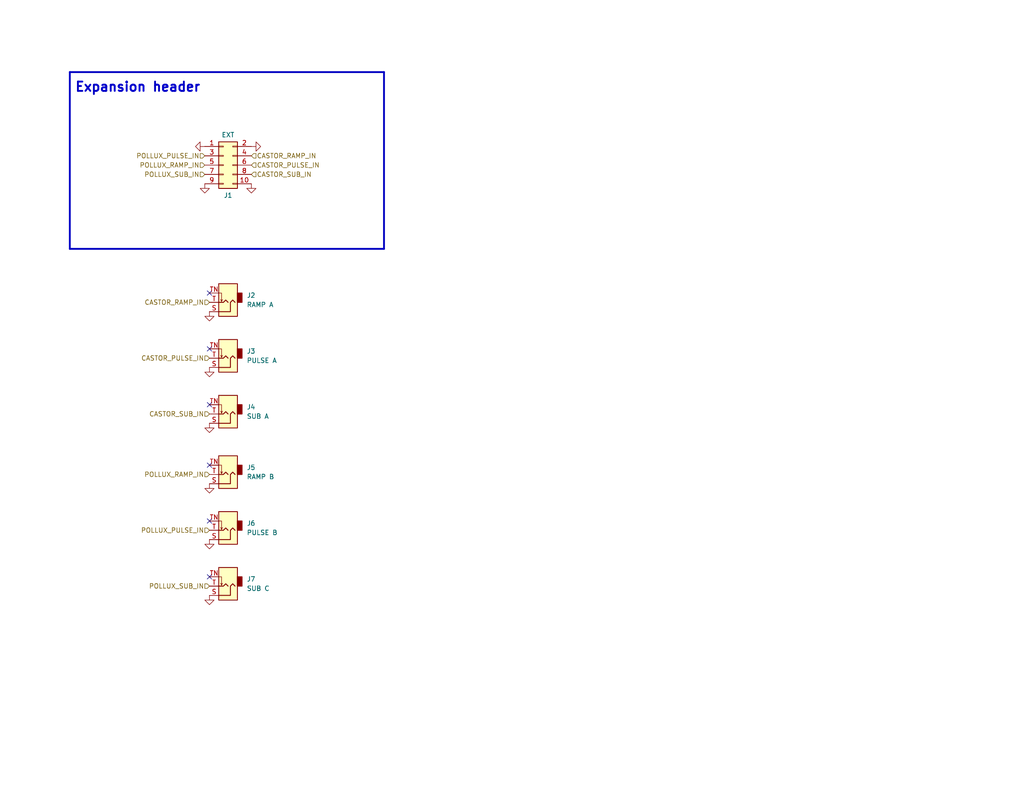
<source format=kicad_sch>
(kicad_sch (version 20250114) (generator "eeschema") (generator_version "9.0")
  (paper "USLetter")
  (title_block (title "C&P Expander") (date "2022-10-07") (rev "v0") (company "Winterbloom") (comment 1 "Alethea Flowers") (comment 2 "CERN-OHL-P v2") (comment 3 "gemini.wntr.dev"))
  (lib_symbols
    (symbol "Connector_Generic:Conn_02x05_Odd_Even" (pin_names (offset 1.016) (hide yes))
      (property "Reference" "J" (at 1.27 7.62 0))
      (property "Value" "Conn_02x05_Odd_Even" (at 1.27 -7.62 0))
      (symbol "Conn_02x05_Odd_Even_1_1"
        (rectangle (start -1.27 6.35) (end 3.81 -6.35) (stroke (width 0.254)) (fill (type background)))
        (rectangle (start -1.27 5.207) (end 0 4.953) (stroke (width 0.1524)))
        (rectangle (start -1.27 2.667) (end 0 2.413) (stroke (width 0.1524)))
        (rectangle (start -1.27 0.127) (end 0 -0.127) (stroke (width 0.1524)))
        (rectangle (start -1.27 -2.413) (end 0 -2.667) (stroke (width 0.1524)))
        (rectangle (start -1.27 -4.953) (end 0 -5.207) (stroke (width 0.1524)))
        (rectangle (start 3.81 5.207) (end 2.54 4.953) (stroke (width 0.1524)))
        (rectangle (start 3.81 2.667) (end 2.54 2.413) (stroke (width 0.1524)))
        (rectangle (start 3.81 0.127) (end 2.54 -0.127) (stroke (width 0.1524)))
        (rectangle (start 3.81 -2.413) (end 2.54 -2.667) (stroke (width 0.1524)))
        (rectangle (start 3.81 -4.953) (end 2.54 -5.207) (stroke (width 0.1524)))
        (pin passive line (at -5.08 5.08 0) (length 3.81) (name "Pin_1") (number "1"))
        (pin passive line (at -5.08 2.54 0) (length 3.81) (name "Pin_3") (number "3"))
        (pin passive line (at -5.08 0 0) (length 3.81) (name "Pin_5") (number "5"))
        (pin passive line (at -5.08 -2.54 0) (length 3.81) (name "Pin_7") (number "7"))
        (pin passive line (at -5.08 -5.08 0) (length 3.81) (name "Pin_9") (number "9"))
        (pin passive line (at 7.62 5.08 180) (length 3.81) (name "Pin_2") (number "2"))
        (pin passive line (at 7.62 2.54 180) (length 3.81) (name "Pin_4") (number "4"))
        (pin passive line (at 7.62 0 180) (length 3.81) (name "Pin_6") (number "6"))
        (pin passive line (at 7.62 -2.54 180) (length 3.81) (name "Pin_8") (number "8"))
        (pin passive line (at 7.62 -5.08 180) (length 3.81) (name "Pin_10") (number "10"))
      )
    )
    (symbol "power:GND" (power) (pin_names (offset 0))
      (property "Value" "GND" (at 0 -3.81 0))
      (symbol "GND_0_1"
        (polyline (pts (xy 0 0) (xy 0 -1.27) (xy 1.27 -1.27) (xy 0 -2.54) (xy -1.27 -1.27) (xy 0 -1.27)))
      )
      (symbol "GND_1_1"
        (pin power_in line (at 0 0 270) (length 0) (hide yes) (name "GND") (number "1"))
      )
    )
    (symbol "winterbloom:Eurorack_Mono_Jack" (pin_names (hide yes))
      (property "Reference" "J" (at 3.302 -4.064 0))
      (property "Value" "Eurorack_Mono_Jack" (at 0 5.08 0))
      (symbol "Eurorack_Mono_Jack_0_1"
        (polyline (pts (xy -2.54 1.27) (xy -1.778 1.27) (xy -1.778 -1.016) (xy -1.524 -0.508)))
        (polyline (pts (xy -2.54 -3.81) (xy 0.635 -3.81) (xy 0.635 -1.27) (xy 1.27 -0.635) (xy 1.905 -1.27)) (stroke (width 0.254)))
        (rectangle (start -2.54 -5.08) (end 2.54 3.81) (stroke (width 0.254)) (fill (type background)))
        (polyline (pts (xy -1.778 -1.016) (xy -2.032 -0.508)))
        (polyline (pts (xy 0 -1.27) (xy -0.635 -0.635) (xy -1.27 -1.27) (xy -2.54 -1.27)) (stroke (width 0.254)))
        (rectangle (start 2.54 -1.27) (end 3.81 1.27) (stroke (width 0.254)) (fill (type outline)))
      )
      (symbol "Eurorack_Mono_Jack_1_1"
        (pin passive line (at -5.08 1.27 0) (length 2.54) (name "Tip_normalize") (number "TN"))
        (pin passive line (at -5.08 -1.27 0) (length 2.54) (name "Tip") (number "T"))
        (pin passive line (at -5.08 -3.81 0) (length 2.54) (name "Sleeve") (number "S"))
      )
    )
  )
  (text "Expansion header" (at 20.32 25.4 0) (effects (font (size 2.54 2.54) (bold yes)) (justify left bottom)))
  (no_connect (at 57.15 142.24))
  (no_connect (at 57.15 95.25))
  (no_connect (at 57.15 157.48))
  (no_connect (at 57.15 127))
  (no_connect (at 57.15 80.01))
  (no_connect (at 57.15 110.49))
  (polyline (pts (xy 104.775 67.945) (xy 19.05 67.945)) (stroke (width 0.5) (type solid)))
  (polyline (pts (xy 19.05 19.685) (xy 19.05 67.945)) (stroke (width 0.5) (type solid)))
  (polyline (pts (xy 19.05 19.685) (xy 104.775 19.685)) (stroke (width 0.5) (type solid)))
  (polyline (pts (xy 104.775 19.685) (xy 104.775 67.945)) (stroke (width 0.5) (type solid)))
  (hierarchical_label "CASTOR_RAMP_IN" (shape input) (at 57.15 82.55 180))
  (hierarchical_label "POLLUX_SUB_IN" (shape input) (at 57.15 160.02 180))
  (hierarchical_label "CASTOR_RAMP_IN" (shape input) (at 68.58 42.545 0))
  (hierarchical_label "POLLUX_PULSE_IN" (shape input) (at 55.88 42.545 180))
  (hierarchical_label "POLLUX_RAMP_IN" (shape input) (at 57.15 129.54 180))
  (hierarchical_label "POLLUX_SUB_IN" (shape input) (at 55.88 47.625 180))
  (hierarchical_label "POLLUX_RAMP_IN" (shape input) (at 55.88 45.085 180))
  (hierarchical_label "POLLUX_PULSE_IN" (shape input) (at 57.15 144.78 180))
  (hierarchical_label "CASTOR_SUB_IN" (shape input) (at 68.58 47.625 0))
  (hierarchical_label "CASTOR_PULSE_IN" (shape input) (at 57.15 97.79 180))
  (hierarchical_label "CASTOR_SUB_IN" (shape input) (at 57.15 113.03 180))
  (hierarchical_label "CASTOR_PULSE_IN" (shape input) (at 68.58 45.085 0))
  (symbol (lib_id "Connector_Generic:Conn_02x05_Odd_Even") (at 60.96 45.085 0) (unit 1)
    (property "Reference" "J1" (at 62.23 53.34 0))
    (property "Value" "EXT" (at 62.23 36.83 0))
    (property "Footprint" "winterbloom:Connector_Cortex_Debug_IDC_2x05_P1.27mm_Vertical_Shrouded_SMD" (effects (hide yes)))
    (property "Datasheet" "https://www.cnctech.us/pdfs/3220-XX-0300-00_.pdf" (effects (hide yes)))
    (property "MPN" "3220-10-0300-00" (effects (hide yes)))
  )
  (symbol (lib_id "power:GND") (at 57.15 115.57 0) (unit 1)
    (property "Reference" "#PWR05" (effects (hide yes)))
    (property "Value" "GND" (effects (hide yes)))
  )
  (symbol (lib_id "power:GND") (at 57.15 147.32 0) (unit 1)
    (property "Reference" "#PWR07" (effects (hide yes)))
    (property "Value" "GND" (effects (hide yes)))
  )
  (symbol (lib_id "winterbloom:Eurorack_Mono_Jack") (at 62.23 111.76 0) (unit 1)
    (property "Reference" "J4" (at 67.31 111.1249 0) (effects (justify left)))
    (property "Value" "SUB A" (at 67.31 113.6649 0) (effects (justify left)))
    (property "Footprint" "winterbloom:AudioJack_WQP518MA" (effects (hide yes)))
    (property "Datasheet" "http://www.qingpu-electronics.com/en/products/WQP-PJ398SM-362.html" (effects (hide yes)))
    (property "MPN" "WQP-WQP518MA" (effects (hide yes)))
  )
  (symbol (lib_id "power:GND") (at 68.58 50.165 0) (unit 1)
    (property "Reference" "#PWR010" (effects (hide yes)))
    (property "Value" "GND" (effects (hide yes)))
  )
  (symbol (lib_id "winterbloom:Eurorack_Mono_Jack") (at 62.23 143.51 0) (unit 1)
    (property "Reference" "J6" (at 67.31 142.8749 0) (effects (justify left)))
    (property "Value" "PULSE B" (at 67.31 145.4149 0) (effects (justify left)))
    (property "Footprint" "winterbloom:AudioJack_WQP518MA" (effects (hide yes)))
    (property "Datasheet" "http://www.qingpu-electronics.com/en/products/WQP-PJ398SM-362.html" (effects (hide yes)))
    (property "MPN" "WQP-WQP518MA" (effects (hide yes)))
  )
  (symbol (lib_id "winterbloom:Eurorack_Mono_Jack") (at 62.23 81.28 0) (unit 1)
    (property "Reference" "J2" (at 67.31 80.6449 0) (effects (justify left)))
    (property "Value" "RAMP A" (at 67.31 83.1849 0) (effects (justify left)))
    (property "Footprint" "winterbloom:AudioJack_WQP518MA" (effects (hide yes)))
    (property "Datasheet" "http://www.qingpu-electronics.com/en/products/WQP-PJ398SM-362.html" (effects (hide yes)))
    (property "MPN" "WQP-WQP518MA" (effects (hide yes)))
  )
  (symbol (lib_id "winterbloom:Eurorack_Mono_Jack") (at 62.23 158.75 0) (unit 1)
    (property "Reference" "J7" (at 67.31 158.1149 0) (effects (justify left)))
    (property "Value" "SUB C" (at 67.31 160.6549 0) (effects (justify left)))
    (property "Footprint" "winterbloom:AudioJack_WQP518MA" (effects (hide yes)))
    (property "Datasheet" "http://www.qingpu-electronics.com/en/products/WQP-PJ398SM-362.html" (effects (hide yes)))
    (property "MPN" "WQP-WQP518MA" (effects (hide yes)))
  )
  (symbol (lib_id "power:GND") (at 55.88 40.005 270) (unit 1)
    (property "Reference" "#PWR01" (effects (hide yes)))
    (property "Value" "GND" (effects (hide yes)))
  )
  (symbol (lib_id "power:GND") (at 68.58 40.005 90) (unit 1)
    (property "Reference" "#PWR09" (effects (hide yes)))
    (property "Value" "GND" (effects (hide yes)))
  )
  (symbol (lib_id "power:GND") (at 55.88 50.165 0) (unit 1)
    (property "Reference" "#PWR02" (effects (hide yes)))
    (property "Value" "GND" (effects (hide yes)))
  )
  (symbol (lib_id "power:GND") (at 57.15 100.33 0) (unit 1)
    (property "Reference" "#PWR04" (effects (hide yes)))
    (property "Value" "GND" (effects (hide yes)))
  )
  (symbol (lib_id "winterbloom:Eurorack_Mono_Jack") (at 62.23 128.27 0) (unit 1)
    (property "Reference" "J5" (at 67.31 127.6349 0) (effects (justify left)))
    (property "Value" "RAMP B" (at 67.31 130.1749 0) (effects (justify left)))
    (property "Footprint" "winterbloom:AudioJack_WQP518MA" (effects (hide yes)))
    (property "Datasheet" "http://www.qingpu-electronics.com/en/products/WQP-PJ398SM-362.html" (effects (hide yes)))
    (property "MPN" "WQP-WQP518MA" (effects (hide yes)))
  )
  (symbol (lib_id "power:GND") (at 57.15 162.56 0) (unit 1)
    (property "Reference" "#PWR08" (effects (hide yes)))
    (property "Value" "GND" (effects (hide yes)))
  )
  (symbol (lib_id "power:GND") (at 57.15 132.08 0) (unit 1)
    (property "Reference" "#PWR06" (effects (hide yes)))
    (property "Value" "GND" (effects (hide yes)))
  )
  (symbol (lib_id "power:GND") (at 57.15 85.09 0) (unit 1)
    (property "Reference" "#PWR03" (effects (hide yes)))
    (property "Value" "GND" (effects (hide yes)))
  )
  (symbol (lib_id "winterbloom:Eurorack_Mono_Jack") (at 62.23 96.52 0) (unit 1)
    (property "Reference" "J3" (at 67.31 95.8849 0) (effects (justify left)))
    (property "Value" "PULSE A" (at 67.31 98.4249 0) (effects (justify left)))
    (property "Footprint" "winterbloom:AudioJack_WQP518MA" (effects (hide yes)))
    (property "Datasheet" "http://www.qingpu-electronics.com/en/products/WQP-PJ398SM-362.html" (effects (hide yes)))
    (property "MPN" "WQP-WQP518MA" (effects (hide yes)))
  )
)
</source>
